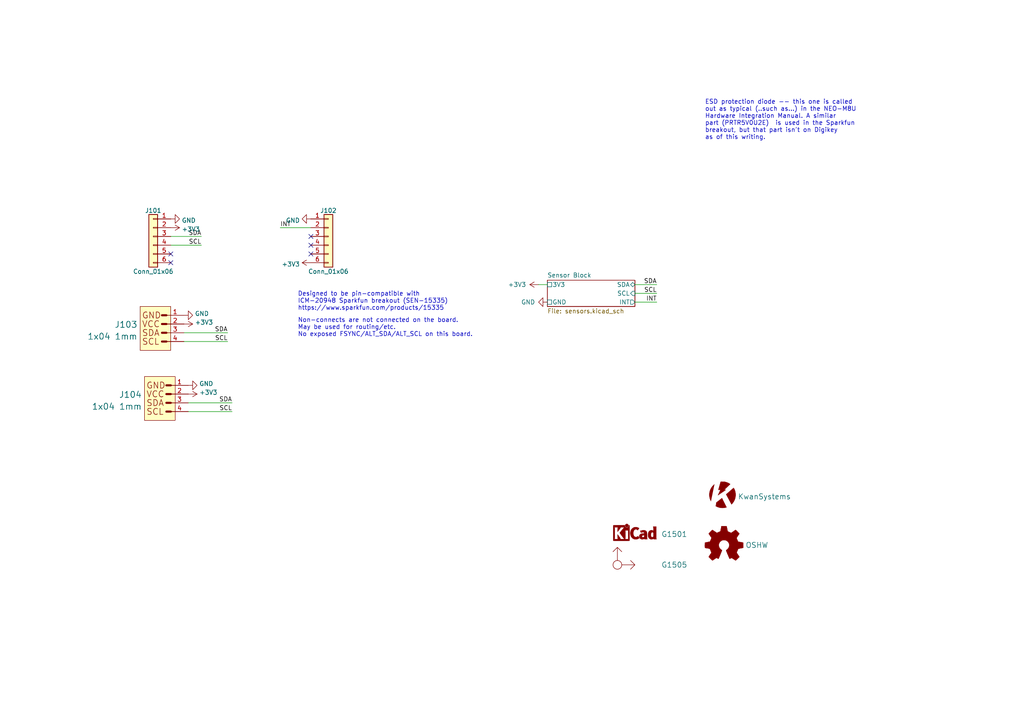
<source format=kicad_sch>
(kicad_sch (version 20211123) (generator eeschema)
  (paper "A4")
  (lib_symbols
    (symbol "Connector_Generic:Conn_01x06" (pin_names (offset 1.016) hide)
      (property "Reference" "J" (at 0 7.62 0))
      (property "Value" "Conn_01x06" (at 0 -10.16 0))
      (symbol "Conn_01x06_1_1"
        (rectangle (start -1.27 -7.493) (end 0 -7.747) (stroke (width 0.1524)))
        (rectangle (start -1.27 -4.953) (end 0 -5.207) (stroke (width 0.1524)))
        (rectangle (start -1.27 -2.413) (end 0 -2.667) (stroke (width 0.1524)))
        (rectangle (start -1.27 0.127) (end 0 -0.127) (stroke (width 0.1524)))
        (rectangle (start -1.27 2.667) (end 0 2.413) (stroke (width 0.1524)))
        (rectangle (start -1.27 5.207) (end 0 4.953) (stroke (width 0.1524)))
        (rectangle (start -1.27 6.35) (end 1.27 -8.89) (stroke (width 0.254)) (fill (type background)))
        (pin passive line (at -5.08 5.08 0) (length 3.81) (name "Pin_1") (number "1"))
        (pin passive line (at -5.08 2.54 0) (length 3.81) (name "Pin_2") (number "2"))
        (pin passive line (at -5.08 0 0) (length 3.81) (name "Pin_3") (number "3"))
        (pin passive line (at -5.08 -2.54 0) (length 3.81) (name "Pin_4") (number "4"))
        (pin passive line (at -5.08 -5.08 0) (length 3.81) (name "Pin_5") (number "5"))
        (pin passive line (at -5.08 -7.62 0) (length 3.81) (name "Pin_6") (number "6"))
      )
    )
    (symbol "KwanSystems:Axis" (in_bom no)
      (property "Value" "Axis" (at 0 -2.54 0))
      (symbol "Axis_0_1"
        (polyline (pts (xy 0 1.27) (xy 0 5.08) (xy -1.27 3.81) (xy 0 5.08) (xy 1.27 3.81)) (stroke (width 0.1524)))
        (polyline (pts (xy 1.27 0) (xy 5.08 0) (xy 3.81 1.27) (xy 5.08 0) (xy 3.81 -1.27)) (stroke (width 0.1524)))
        (circle (center 0 0) (radius 1.27) (stroke (width 0.1524)))
      )
    )
    (symbol "KwanSystems:DesignedWithKicad" (pin_names (offset 1.016)) (in_bom no)
      (property "Value" "DesignedWithKicad" (at 3.81 -2.54 0))
      (symbol "DesignedWithKicad_0_1"
        (polyline (pts (xy -2.273 4.2434) (xy -2.1768 4.2192) (xy -2.0902 4.1764) (xy -2.0154 4.1166) (xy -1.9544 4.0415) (xy -1.9094 3.9528) (xy -1.8831 3.8565) (xy -1.8773 3.7592) (xy -1.8921 3.6653) (xy -1.9258 3.5775) (xy -1.9765 3.4982) (xy -2.0423 3.4302) (xy -2.1214 3.3759) (xy -2.2119 3.338) (xy -2.2632 3.3256) (xy -2.3077 3.3181) (xy -2.342 3.3151) (xy -2.375 3.3169) (xy -2.4154 3.3238) (xy -2.4485 3.3308) (xy -2.5419 3.3623) (xy -2.6256 3.4134) (xy -2.6977 3.4826) (xy -2.7562 3.5683) (xy -2.7701 3.5955) (xy -2.7866 3.6319) (xy -2.7969 3.6624) (xy -2.8025 3.6946) (xy -2.8047 3.7357) (xy -2.8049 3.7818) (xy -2.8009 3.8661) (xy -2.7874 3.9354) (xy -2.7623 3.996) (xy -2.7228 4.0544) (xy -2.6843 4.0987) (xy -2.6124 4.1645) (xy -2.5373 4.2099) (xy -2.4546 4.2372) (xy -2.3769 4.2474) (xy -2.273 4.2434)) (stroke (width 0.0025)) (fill (type outline)))
        (polyline (pts (xy 0.3284 3.3209) (xy 0.4886 3.2998) (xy 0.6525 3.2596) (xy 0.8223 3.2001) (xy 1 3.1208) (xy 1.0113 3.1153) (xy 1.069 3.0873) (xy 1.1206 3.0632) (xy 1.1622 3.0448) (xy 1.1902 3.0336) (xy 1.1997 3.0311) (xy 1.219 3.0261) (xy 1.2236 3.0219) (xy 1.2185 3.0114) (xy 1.2024 2.9851) (xy 1.1773 2.9457) (xy 1.1449 2.896) (xy 1.1071 2.8387) (xy 1.0658 2.7765) (xy 1.0228 2.7123) (xy 0.9799 2.6487) (xy 0.939 2.5886) (xy 0.902 2.5346) (xy 0.8706 2.4896) (xy 0.8468 2.4563) (xy 0.8323 2.4374) (xy 0.8303 2.4352) (xy 0.8202 2.4399) (xy 0.7978 2.457) (xy 0.7673 2.4836) (xy 0.7515 2.498) (xy 0.655 2.5733) (xy 0.5483 2.6288) (xy 0.4328 2.6639) (xy 0.31 2.6781) (xy 0.2406 2.6769) (xy 0.1194 2.6598) (xy 0.0102 2.6239) (xy -0.0874 2.569) (xy -0.1738 2.4949) (xy -0.2492 2.4013) (xy -0.314 2.2879) (xy -0.3514 2.2013) (xy -0.3953 2.0656) (xy -0.4276 1.9182) (xy -0.4484 1.7627) (xy -0.4579 1.603) (xy -0.4562 1.443) (xy -0.4432 1.2864) (xy -0.4191 1.1371) (xy -0.384 0.9988) (xy -0.3379 0.8753) (xy -0.3216 0.841) (xy -0.2534 0.7269) (xy -0.1729 0.6304) (xy -0.0814 0.5523) (xy 0.0199 0.4934) (xy 0.1299 0.4544) (xy 0.2474 0.4361) (xy 0.2889 0.4348) (xy 0.4104 0.4457) (xy 0.5309 0.4785) (xy 0.6487 0.5326) (xy 0.7623 0.6071) (xy 0.8537 0.6855) (xy 0.9002 0.73) (xy 1.0815 0.4327) (xy 1.1266 0.3586) (xy 1.1678 0.2904) (xy 1.2037 0.2305) (xy 1.2329 0.1816) (xy 1.2538 0.1459) (xy 1.2649 0.126) (xy 1.2664 0.1229) (xy 1.2581 0.1133) (xy 1.2326 0.096) (xy 1.1929 0.0727) (xy 1.1423 0.0451) (xy 1.0841 0.0147) (xy 1.0214 -0.0168) (xy 0.9576 -0.0477) (xy 0.8959 -0.0765) (xy 0.8394 -0.1014) (xy 0.7914 -0.1209) (xy 0.768 -0.1293) (xy 0.6342 -0.1671) (xy 0.4963 -0.1921) (xy 0.3486 -0.2051) (xy 0.2218 -0.2075) (xy 0.1539 -0.2064) (xy 0.0883 -0.2043) (xy 0.0308 -0.2014) (xy -0.0126 -0.1981) (xy -0.0267 -0.1964) (xy -0.1657 -0.1676) (xy -0.3072 -0.1225) (xy -0.4447 -0.0638) (xy -0.5716 0.0059) (xy -0.6491 0.0586) (xy -0.7765 0.1668) (xy -0.8948 0.2933) (xy -1.0018 0.4351) (xy -1.0953 0.589) (xy -1.1732 0.7519) (xy -1.217 0.8692) (xy -1.2673 1.0529) (xy -1.3008 1.2474) (xy -1.3176 1.4487) (xy -1.3176 1.6524) (xy -1.3009 1.8545) (xy -1.2675 2.0506) (xy -1.2174 2.2366) (xy -1.2136 2.2482) (xy -1.1507 2.4103) (xy -1.074 2.5582) (xy -0.9808 2.6961) (xy -0.8685 2.8283) (xy -0.8246 2.8736) (xy -0.6885 2.9975) (xy -0.5485 3.1001) (xy -0.4026 3.1823) (xy -0.2486 3.2454) (xy -0.0843 3.2905) (xy 0.0113 3.308) (xy 0.17 3.3235) (xy 0.3284 3.3209)) (stroke (width 0.0025)) (fill (type outline)))
        (polyline (pts (xy 6.1865 1.7978) (xy 6.1865 1.5633) (xy 6.1866 1.3504) (xy 6.1866 1.1578) (xy 6.1868 0.9845) (xy 6.1871 0.8294) (xy 6.1875 0.6914) (xy 6.1882 0.5693) (xy 6.189 0.4621) (xy 6.1902 0.3687) (xy 6.1917 0.2879) (xy 6.1935 0.2187) (xy 6.1958 0.16) (xy 6.1985 0.1106) (xy 6.2016 0.0695) (xy 6.2053 0.0356) (xy 6.2095 0.0077) (xy 6.2143 -0.0152) (xy 6.2198 -0.0342) (xy 6.2259 -0.0505) (xy 6.2327 -0.0652) (xy 6.2403 -0.0792) (xy 6.2486 -0.0939) (xy 6.2538 -0.103) (xy 6.2881 -0.1637) (xy 5.43 -0.1637) (xy 5.43 -0.0677) (xy 5.4292 -0.0244) (xy 5.4273 0.0088) (xy 5.4245 0.0266) (xy 5.4232 0.0282) (xy 5.4118 0.0213) (xy 5.3891 0.0035) (xy 5.3664 -0.0159) (xy 5.3118 -0.0566) (xy 5.2423 -0.0976) (xy 5.1653 -0.1351) (xy 5.088 -0.1654) (xy 5.0571 -0.175) (xy 4.9886 -0.1896) (xy 4.9058 -0.1995) (xy 4.8164 -0.2046) (xy 4.7282 -0.2044) (xy 4.6492 -0.1987) (xy 4.6115 -0.1929) (xy 4.4734 -0.1548) (xy 4.3461 -0.0971) (xy 4.2303 -0.0202) (xy 4.1266 0.0753) (xy 4.0358 0.1888) (xy 3.969 0.2996) (xy 3.9142 0.4164) (xy 3.8722 0.5357) (xy 3.8422 0.6617) (xy 3.8233 0.7984) (xy 3.8147 0.9498) (xy 3.814 1.0273) (xy 3.8161 1.0841) (xy 4.6452 1.0841) (xy 4.6454 0.991) (xy 4.6483 0.9033) (xy 4.654 0.8262) (xy 4.6625 0.765) (xy 4.665 0.7526) (xy 4.6968 0.6454) (xy 4.7385 0.5583) (xy 4.7904 0.4914) (xy 4.8528 0.4442) (xy 4.9261 0.4166) (xy 5.0107 0.4085) (xy 5.1068 0.4194) (xy 5.1703 0.4352) (xy 5.2195 0.4534) (xy 5.2736 0.4792) (xy 5.3142 0.5029) (xy 5.3848 0.5493) (xy 5.3848 1.6995) (xy 5.3174 1.743) (xy 5.2389 1.784) (xy 5.1547 1.8106) (xy 5.0696 1.8225) (xy 4.9882 1.8193) (xy 4.9154 1.8004) (xy 4.8834 1.7848) (xy 4.8255 1.7418) (xy 4.7765 1.685) (xy 4.7354 1.6124) (xy 4.7009 1.5219) (xy 4.6718 1.4113) (xy 4.6706 1.4055) (xy 4.6604 1.3432) (xy 4.6527 1.2654) (xy 4.6477 1.1773) (xy 4.6452 1.0841) (xy 3.8161 1.0841) (xy 3.8219 1.2401) (xy 3.8438 1.4359) (xy 3.8798 1.6147) (xy 3.9298 1.7762) (xy 3.9937 1.9203) (xy 4.0715 2.0469) (xy 4.1631 2.1559) (xy 4.2685 2.2471) (xy 4.3137 2.2781) (xy 4.4146 2.3342) (xy 4.5179 2.3738) (xy 4.628 2.398) (xy 4.7493 2.4078) (xy 4.8418 2.4067) (xy 4.9715 2.3958) (xy 5.0841 2.374) (xy 5.1829 2.3403) (xy 5.2711 2.2938) (xy 5.32 2.2596) (xy 5.3494 2.2376) (xy 5.371 2.2227) (xy 5.3793 2.2183) (xy 5.3809 2.2291) (xy 5.3822 2.2597) (xy 5.3831 2.3075) (xy 5.3838 2.3695) (xy 5.3842 2.4431) (xy 5.3843 2.5256) (xy 5.3842 2.6141) (xy 5.3838 2.7059) (xy 5.3832 2.7983) (xy 5.3823 2.8885) (xy 5.3813 2.9737) (xy 5.38 3.0513) (xy 5.3786 3.1184) (xy 5.3769 3.1724) (xy 5.3752 3.2104) (xy 5.3747 3.2173) (xy 5.3671 3.2877) (xy 5.3555 3.3429) (xy 5.3378 3.39) (xy 5.3117 3.4364) (xy 5.3054 3.4459) (xy 5.281 3.4826) (xy 6.1863 3.4826) (xy 6.1865 1.7978)) (stroke (width 0.0025)) (fill (type outline)))
        (polyline (pts (xy 2.6736 2.4034) (xy 2.8255 2.3834) (xy 2.9608 2.3498) (xy 3.0802 2.3023) (xy 3.1848 2.2406) (xy 3.2624 2.177) (xy 3.3313 2.1029) (xy 3.385 2.0231) (xy 3.4279 1.9309) (xy 3.4434 1.8878) (xy 3.4562 1.8489) (xy 3.4674 1.8127) (xy 3.4771 1.7776) (xy 3.4854 1.7416) (xy 3.4924 1.703) (xy 3.4983 1.6598) (xy 3.5031 1.6104) (xy 3.5071 1.5527) (xy 3.5103 1.4851) (xy 3.5129 1.4057) (xy 3.5151 1.3126) (xy 3.5168 1.204) (xy 3.5183 1.0781) (xy 3.5198 0.933) (xy 3.521 0.7902) (xy 3.5224 0.634) (xy 3.5236 0.4988) (xy 3.5248 0.3828) (xy 3.5261 0.2844) (xy 3.5277 0.2019) (xy 3.5297 0.1338) (xy 3.5322 0.0782) (xy 3.5353 0.0337) (xy 3.5391 -0.0015) (xy 3.5439 -0.029) (xy 3.5496 -0.0506) (xy 3.5565 -0.0677) (xy 3.5647 -0.0822) (xy 3.5742 -0.0956) (xy 3.5853 -0.1096) (xy 3.5896 -0.1151) (xy 3.6054 -0.1379) (xy 3.6124 -0.1535) (xy 3.6124 -0.1539) (xy 3.6016 -0.1561) (xy 3.5706 -0.1581) (xy 3.522 -0.1599) (xy 3.4582 -0.1615) (xy 3.3817 -0.1626) (xy 3.2949 -0.1634) (xy 3.2005 -0.1637) (xy 3.1896 -0.1637) (xy 2.7667 -0.1637) (xy 2.7634 -0.0676) (xy 2.7601 0.0284) (xy 2.698 -0.0225) (xy 2.6007 -0.0901) (xy 2.4908 -0.1447) (xy 2.4043 -0.175) (xy 2.3353 -0.1897) (xy 2.2519 -0.1997) (xy 2.1622 -0.2046) (xy 2.0738 -0.2043) (xy 1.9949 -0.1984) (xy 1.9586 -0.1926) (xy 1.8186 -0.1548) (xy 1.6922 -0.0999) (xy 1.5803 -0.0289) (xy 1.4838 0.0574) (xy 1.4036 0.1583) (xy 1.3407 0.2729) (xy 1.2963 0.399) (xy 1.284 0.4556) (xy 1.2764 0.5178) (xy 1.2727 0.5926) (xy 1.2722 0.6265) (xy 1.2723 0.6297) (xy 2.0322 0.6297) (xy 2.0415 0.5547) (xy 2.0697 0.4908) (xy 2.1182 0.4352) (xy 2.1233 0.4308) (xy 2.1715 0.396) (xy 2.2233 0.3734) (xy 2.284 0.3615) (xy 2.3594 0.3586) (xy 2.3775 0.359) (xy 2.4313 0.3617) (xy 2.4713 0.3671) (xy 2.5063 0.3773) (xy 2.5451 0.3941) (xy 2.5557 0.3993) (xy 2.6164 0.4352) (xy 2.6632 0.4778) (xy 2.676 0.493) (xy 2.7206 0.5495) (xy 2.7206 0.7454) (xy 2.7201 0.8241) (xy 2.7184 0.882) (xy 2.7154 0.9211) (xy 2.7111 0.9433) (xy 2.707 0.9497) (xy 2.691 0.9529) (xy 2.6573 0.9555) (xy 2.6103 0.9573) (xy 2.555 0.9581) (xy 2.5461 0.9582) (xy 2.4253 0.9529) (xy 2.3227 0.9367) (xy 2.2361 0.909) (xy 2.1637 0.8692) (xy 2.1088 0.8222) (xy 2.0642 0.7644) (xy 2.0395 0.7013) (xy 2.0322 0.6297) (xy 1.2723 0.6297) (xy 1.2742 0.7203) (xy 1.2825 0.7992) (xy 1.2988 0.8704) (xy 1.3244 0.9411) (xy 1.3484 0.9935) (xy 1.407 1.0888) (xy 1.4851 1.1768) (xy 1.5803 1.256) (xy 1.6902 1.3247) (xy 1.8125 1.3813) (xy 1.9448 1.4242) (xy 2.0094 1.4391) (xy 2.1456 1.4612) (xy 2.294 1.4758) (xy 2.4455 1.4822) (xy 2.5721 1.4806) (xy 2.734 1.4738) (xy 2.7265 1.5328) (xy 2.7072 1.6319) (xy 2.6761 1.7126) (xy 2.6323 1.7755) (xy 2.5749 1.8212) (xy 2.503 1.8504) (xy 2.4159 1.8636) (xy 2.3127 1.8614) (xy 2.2747 1.8574) (xy 2.1335 1.8322) (xy 1.9967 1.7912) (xy 1.9022 1.7532) (xy 1.857 1.7338) (xy 1.8186 1.7182) (xy 1.7922 1.7086) (xy 1.7845 1.7065) (xy 1.7748 1.7156) (xy 1.7581 1.7446) (xy 1.7342 1.7938) (xy 1.7031 1.8635) (xy 1.6645 1.9541) (xy 1.6579 1.9699) (xy 1.6279 2.0422) (xy 1.6009 2.1076) (xy 1.5781 2.1631) (xy 1.5608 2.2059) (xy 1.55 2.2332) (xy 1.5469 2.2421) (xy 1.5569 2.2468) (xy 1.5832 2.2521) (xy 1.6115 2.2558) (xy 1.6416 2.2605) (xy 1.6894 2.27) (xy 1.7506 2.2832) (xy 1.8209 2.2992) (xy 1.8962 2.3172) (xy 1.9248 2.3242) (xy 2.0298 2.3498) (xy 2.1175 2.3699) (xy 2.1921 2.385) (xy 2.2579 2.396) (xy 2.3193 2.4033) (xy 2.3806 2.4077) (xy 2.4461 2.4097) (xy 2.5041 2.4101) (xy 2.6736 2.4034)) (stroke (width 0.0025)) (fill (type outline)))
        (polyline (pts (xy -2.9464 3.7809) (xy -2.9355 3.667) (xy -2.9039 3.5594) (xy -2.853 3.4604) (xy -2.7843 3.3723) (xy -2.6992 3.2975) (xy -2.6022 3.2396) (xy -2.496 3.2) (xy -2.389 3.1814) (xy -2.2833 3.1826) (xy -2.1811 3.2021) (xy -2.0845 3.2386) (xy -1.9956 3.2908) (xy -1.9165 3.3573) (xy -1.8494 3.4368) (xy -1.7962 3.528) (xy -1.7592 3.6295) (xy -1.7404 3.7399) (xy -1.7385 3.7898) (xy -1.7385 3.8777) (xy -1.6866 3.8777) (xy -1.6503 3.8749) (xy -1.6234 3.8631) (xy -1.5962 3.8394) (xy -1.5579 3.801) (xy -1.5579 1.6094) (xy -1.5579 1.3473) (xy -1.5579 1.1068) (xy -1.558 0.887) (xy -1.5581 0.6869) (xy -1.5582 0.5057) (xy -1.5584 0.3423) (xy -1.5587 0.1958) (xy -1.5591 0.0654) (xy -1.5595 -0.05) (xy -1.56 -0.1513) (xy -1.5606 -0.2395) (xy -1.5613 -0.3154) (xy -1.5621 -0.3801) (xy -1.5631 -0.4344) (xy -1.5642 -0.4793) (xy -1.5654 -0.5157) (xy -1.5667 -0.5447) (xy -1.5683 -0.5671) (xy -1.5699 -0.5838) (xy -1.5718 -0.5959) (xy -1.5738 -0.6042) (xy -1.576 -0.6097) (xy -1.5771 -0.6115) (xy -1.5813 -0.6185) (xy -1.5848 -0.625) (xy -1.5886 -0.6309) (xy -1.5937 -0.6363) (xy -1.6009 -0.6412) (xy -1.6111 -0.6456) (xy -1.6254 -0.6496) (xy -1.6445 -0.6531) (xy -1.6695 -0.6563) (xy -1.7012 -0.659) (xy -1.7407 -0.6615) (xy -1.7887 -0.6636) (xy -1.8462 -0.6653) (xy -1.9142 -0.6668) (xy -1.9936 -0.6681) (xy -2.0853 -0.6691) (xy -2.1902 -0.6699) (xy -2.3092 -0.6705) (xy -2.4433 -0.6709) (xy -2.5934 -0.6712) (xy -2.7604 -0.6714) (xy -2.9452 -0.6715) (xy -3.1488 -0.6715) (xy -3.3721 -0.6715) (xy -3.6159 -0.6715) (xy -3.8813 -0.6714) (xy -3.9197 -0.6714) (xy -4.1867 -0.6714) (xy -4.432 -0.6713) (xy -4.6566 -0.6712) (xy -4.8613 -0.6711) (xy -5.0472 -0.6709) (xy -5.2151 -0.6706) (xy -5.3659 -0.6703) (xy -5.5006 -0.6699) (xy -5.62 -0.6694) (xy -5.7252 -0.6689) (xy -5.817 -0.6683) (xy -5.8963 -0.6675) (xy -5.964 -0.6667) (xy -6.0212 -0.6657) (xy -6.0686 -0.6646) (xy -6.1073 -0.6634) (xy -6.138 -0.662) (xy -6.1619 -0.6606) (xy -6.1797 -0.6589) (xy -6.1924 -0.6571) (xy -6.2009 -0.6551) (xy -6.2053 -0.6535) (xy -6.2137 -0.6499) (xy -6.2215 -0.6473) (xy -6.2286 -0.6446) (xy -6.2351 -0.6411) (xy -6.2409 -0.6356) (xy -6.2462 -0.6274) (xy -6.251 -0.6154) (xy -6.2552 -0.5987) (xy -6.2589 -0.5765) (xy -6.2622 -0.5477) (xy -6.2651 -0.5114) (xy -6.2675 -0.4667) (xy -6.2696 -0.4126) (xy -6.2714 -0.3483) (xy -6.2728 -0.2727) (xy -6.274 -0.185) (xy -6.2749 -0.0842) (xy -6.2756 0.0306) (xy -6.2761 0.1603) (xy -6.2764 0.306) (xy -6.2766 0.4685) (xy -6.2767 0.6487) (xy -6.2767 0.8476) (xy -6.2767 1.0662) (xy -6.2766 1.3053) (xy -6.2766 1.566) (xy -6.2766 1.6081) (xy -6.2766 1.871) (xy -6.2767 2.1123) (xy -6.2767 2.3328) (xy -6.2766 2.5336) (xy -6.2765 2.7157) (xy -6.2764 2.8798) (xy -6.2761 3.027) (xy -6.2756 3.1582) (xy -6.275 3.2681) (xy -5.9722 3.2681) (xy -5.9324 3.2103) (xy -5.9212 3.1945) (xy -5.9112 3.1806) (xy -5.9021 3.1672) (xy -5.8941 3.1533) (xy -5.887 3.1376) (xy -5.8807 3.119) (xy -5.8753 3.0963) (xy -5.8707 3.0683) (xy -5.8667 3.0337) (xy -5.8634 2.9915) (xy -5.8607 2.9404) (xy -5.8585 2.8793) (xy -5.8567 2.8069) (xy -5.8554 2.722) (xy -5.8545 2.6236) (xy -5.8539 2.5103) (xy -5.8535 2.3811) (xy -5.8533 2.2347) (xy -5.8532 2.0699) (xy -5.8532 1.8856) (xy -5.8533 1.6805) (xy -5.8533 1.5579) (xy -5.8533 1.3409) (xy -5.8532 1.1454) (xy -5.8532 0.97) (xy -5.8534 0.8137) (xy -5.8536 0.6751) (xy -5.8541 0.5533) (xy -5.8549 0.4468) (xy -5.856 0.3547) (xy -5.8574 0.2756) (xy -5.8593 0.2084) (xy -5.8617 0.1519) (xy -5.8647 0.1049) (xy -5.8683 0.0662) (xy -5.8725 0.0347) (xy -5.8774 0.0091) (xy -5.8832 -0.0117) (xy -5.8897 -0.0289) (xy -5.8972 -0.0438) (xy -5.9056 -0.0574) (xy -5.915 -0.0711) (xy -5.9254 -0.0859) (xy -5.9315 -0.0948) (xy -5.9703 -0.1524) (xy -5.4387 -0.1524) (xy -5.3155 -0.1524) (xy -5.213 -0.1522) (xy -5.1294 -0.1519) (xy -5.063 -0.1513) (xy -5.0118 -0.1504) (xy -4.974 -0.1491) (xy -4.9479 -0.1473) (xy -4.9316 -0.145) (xy -4.9233 -0.142) (xy -4.9212 -0.1384) (xy -4.9233 -0.1341) (xy -4.9245 -0.1326) (xy -4.9497 -0.0956) (xy -4.9756 -0.0428) (xy -4.9992 0.0192) (xy -5.0075 0.0456) (xy -5.0121 0.0636) (xy -5.016 0.0846) (xy -5.0192 0.1109) (xy -5.022 0.1445) (xy -5.0242 0.1874) (xy -5.0261 0.2418) (xy -5.0276 0.3097) (xy -5.029 0.3933) (xy -5.0302 0.4946) (xy -5.0313 0.6157) (xy -5.0317 0.6604) (xy -5.0327 0.7856) (xy -5.0335 0.8899) (xy -5.0339 0.9753) (xy -5.034 1.0435) (xy -5.0336 1.0962) (xy -5.0327 1.1354) (xy -5.0313 1.1627) (xy -5.0293 1.18) (xy -5.0266 1.1891) (xy -5.0232 1.1917) (xy -5.019 1.1896) (xy -5.0146 1.1853) (xy -5.0042 1.1724) (xy -4.9822 1.1433) (xy -4.95 1.1002) (xy -4.9092 1.0453) (xy -4.8614 0.9806) (xy -4.8081 0.9083) (xy -4.7509 0.8305) (xy -4.6914 0.7493) (xy -4.6312 0.6669) (xy -4.5717 0.5855) (xy -4.5145 0.507) (xy -4.4612 0.4338) (xy -4.4135 0.3679) (xy -4.3727 0.3113) (xy -4.3405 0.2664) (xy -4.3185 0.2352) (xy -4.3139 0.2285) (xy -4.291 0.1916) (xy -4.2642 0.1436) (xy -4.2388 0.0941) (xy -4.2356 0.0874) (xy -4.2139 0.0392) (xy -4.2013 0.0017) (xy -4.1956 -0.0342) (xy -4.1945 -0.0762) (xy -4.1951 -0.1524) (xy -3.0407 -0.1524) (xy -3.1318 -0.0587) (xy -3.1786 -0.0088) (xy -3.2289 0.0477) (xy -3.2749 0.102) (xy -3.2954 0.1273) (xy -3.3258 0.1669) (xy -3.3659 0.2201) (xy -3.4144 0.2853) (xy -3.4701 0.361) (xy -3.532 0.4454) (xy -3.5988 0.537) (xy -3.6694 0.6341) (xy -3.7425 0.7351) (xy -3.8171 0.8383) (xy -3.8919 0.9422) (xy -3.9658 1.0451) (xy -4.0376 1.1454) (xy -4.1062 1.2414) (xy -4.1703 1.3315) (xy -4.2288 1.4141) (xy -4.2805 1.4875) (xy -4.3242 1.5502) (xy -4.3589 1.6004) (xy -4.3832 1.6367) (xy -4.3961 1.6572) (xy -4.3979 1.6613) (xy -4.3899 1.6727) (xy -4.3691 1.6998) (xy -4.3368 1.7412) (xy -4.2945 1.795) (xy -4.2433 1.8595) (xy -4.1848 1.9331) (xy -4.1203 2.014) (xy -4.0511 2.1006) (xy -3.9787 2.1912) (xy -3.9042 2.2839) (xy -3.8445 2.3583) (xy -2.8335 2.3583) (xy -2.8276 2.3453) (xy -2.8133 2.3231) (xy -2.8122 2.3216) (xy -2.7934 2.2915) (xy -2.7738 2.2546) (xy -2.7699 2.2465) (xy -2.7664 2.2381) (xy -2.7632 2.2279) (xy -2.7605 2.2147) (xy -2.7581 2.1971) (xy -2.756 2.1735) (xy -2.7542 2.1427) (xy -2.7527 2.1032) (xy -2.7514 2.0537) (xy -2.7503 1.9928) (xy -2.7494 1.919) (xy -2.7486 1.831) (xy -2.7479 1.7273) (xy -2.7474 1.6067) (xy -2.7468 1.4676) (xy -2.7463 1.3088) (xy -2.7457 1.1299) (xy -2.7452 0.9448) (xy -2.7448 0.7809) (xy -2.7445 0.6367) (xy -2.7445 0.5109) (xy -2.7448 0.4021) (xy -2.7454 0.3089) (xy -2.7465 0.2299) (xy -2.7481 0.1637) (xy -2.7503 0.1088) (xy -2.7531 0.064) (xy -2.7567 0.0277) (xy -2.761 -0.0013) (xy -2.7661 -0.0246) (xy -2.7722 -0.0435) (xy -2.7792 -0.0594) (xy -2.7873 -0.0736) (xy -2.7965 -0.0877) (xy -2.805 -0.1002) (xy -2.8222 -0.1265) (xy -2.8323 -0.144) (xy -2.8335 -0.1473) (xy -2.8226 -0.1483) (xy -2.7914 -0.1493) (xy -2.7422 -0.1502) (xy -2.6773 -0.151) (xy -2.599 -0.1516) (xy -2.5096 -0.1521) (xy -2.4114 -0.1523) (xy -2.3424 -0.1524) (xy -2.2375 -0.1522) (xy -2.1406 -0.1515) (xy -2.0541 -0.1505) (xy -1.9801 -0.1492) (xy -1.9209 -0.1476) (xy -1.8785 -0.1458) (xy -1.8553 -0.1438) (xy -1.8514 -0.1425) (xy -1.8591 -0.1276) (xy -1.8671 -0.1196) (xy -1.8802 -0.1024) (xy -1.8975 -0.0722) (xy -1.9094 -0.0476) (xy -1.936 0.0113) (xy -1.9391 1.1882) (xy -1.9422 2.365) (xy -2.3879 2.365) (xy -2.4857 2.3649) (xy -2.5761 2.3644) (xy -2.6566 2.3637) (xy -2.725 2.3627) (xy -2.7787 2.3615) (xy -2.8153 2.3602) (xy -2.8325 2.3588) (xy -2.8335 2.3583) (xy -3.8445 2.3583) (xy -3.8293 2.3773) (xy -3.7551 2.4695) (xy -3.6831 2.5588) (xy -3.6146 2.6436) (xy -3.551 2.7221) (xy -3.4936 2.7927) (xy -3.4438 2.8536) (xy -3.4031 2.9032) (xy -3.3859 2.9238) (xy -3.2996 3.0245) (xy -3.223 3.1077) (xy -3.1542 3.1756) (xy -3.0912 3.2299) (xy -3.0819 3.2373) (xy -3.0424 3.2679) (xy -4.1741 3.2681) (xy -4.1688 3.2202) (xy -4.1721 3.1628) (xy -4.1937 3.0945) (xy -4.2336 3.0148) (xy -4.2789 2.9425) (xy -4.2952 2.9199) (xy -4.3232 2.8823) (xy -4.3614 2.832) (xy -4.4081 2.771) (xy -4.4617 2.7016) (xy -4.5203 2.6258) (xy -4.5825 2.5458) (xy -4.6464 2.4638) (xy -4.7105 2.3818) (xy -4.773 2.3021) (xy -4.8323 2.2267) (xy -4.8868 2.1578) (xy -4.9346 2.0976) (xy -4.9743 2.0481) (xy -5.004 2.0116) (xy -5.0222 1.9901) (xy -5.0252 1.9868) (xy -5.0281 1.9949) (xy -5.0303 2.0251) (xy -5.0319 2.0774) (xy -5.0328 2.1515) (xy -5.033 2.2469) (xy -5.0326 2.3636) (xy -5.0317 2.4836) (xy -5.0304 2.6157) (xy -5.0289 2.7274) (xy -5.0269 2.821) (xy -5.0242 2.8986) (xy -5.0206 2.9624) (xy -5.0158 3.0147) (xy -5.0095 3.0577) (xy -5.0015 3.0934) (xy -4.9916 3.1243) (xy -4.9795 3.1524) (xy -4.965 3.18) (xy -4.9503 3.205) (xy -4.9123 3.2681) (xy -5.9722 3.2681) (xy -6.275 3.2681) (xy -6.275 3.2744) (xy -6.2742 3.3765) (xy -6.2732 3.4654) (xy -6.2719 3.5421) (xy -6.2704 3.6075) (xy -6.2685 3.6626) (xy -6.2664 3.7082) (xy -6.2639 3.7455) (xy -6.261 3.7752) (xy -6.2577 3.7983) (xy -6.254 3.8159) (xy -6.2499 3.8287) (xy -6.2452 3.8378) (xy -6.2401 3.8441) (xy -6.2345 3.8485) (xy -6.2283 3.852) (xy -6.2215 3.8556) (xy -6.2155 3.8591) (xy -6.2103 3.8617) (xy -6.2021 3.864) (xy -6.1899 3.8661) (xy -6.1725 3.868) (xy -6.149 3.8697) (xy -6.1181 3.8711) (xy -6.0788 3.8724) (xy -6.03 3.8735) (xy -5.9705 3.8744) (xy -5.8994 3.8752) (xy -5.8155 3.8759) (xy -5.7177 3.8764) (xy -5.6049 3.8768) (xy -5.476 3.8772) (xy -5.33 3.8774) (xy -5.1657 3.8776) (xy -4.982 3.8777) (xy -4.7779 3.8777) (xy -4.5668 3.8777) (xy -2.9464 3.8777) (xy -2.9464 3.7809)) (stroke (width 0.0025)) (fill (type outline)))
      )
    )
    (symbol "KwanSystems:KwanSystems" (pin_names (offset 1.016)) (in_bom no)
      (property "Value" "KwanSystems" (at 0 -5.08 0))
      (symbol "KwanSystems_0_1"
        (polyline (pts (xy 0.3018 3.8025) (xy 0.5462 3.7744) (xy 0.7854 3.7321) (xy 1.0193 3.6754) (xy 1.2478 3.6045) (xy 1.4711 3.5193) (xy 1.689 3.4198) (xy 1.9015 3.3061) (xy 2.1085 3.1781) (xy 2.2308 3.09) (xy 0.4924 1.42) (xy 0.9508 1.42) (xy -1.31 -0.12) (xy -0.5992 1.42) (xy -1.1938 1.42) (xy -0.5192 3.78) (xy -0.3885 3.7927) (xy -0.1814 3.8059) (xy 0.0333 3.811)) (stroke (width 0.0025)) (fill (type outline)))
        (polyline (pts (xy 1.2117 -3.611) (xy 1.1805 -3.6269) (xy 1.1201 -3.6454) (xy 1.0517 -3.6655) (xy 0.8462 -3.7189) (xy 0.6348 -3.7604) (xy 0.4156 -3.7905) (xy 0.3277 -3.7992) (xy 0.1234 -3.8081) (xy 0.0408 -3.8091) (xy -0.0437 -3.8092) (xy -0.1265 -3.8082) (xy -0.3391 -3.7989) (xy -0.5799 -3.7695) (xy -0.8161 -3.7257) (xy -1.0478 -3.6672) (xy -1.2753 -3.5942) (xy -1.4987 -3.5065) (xy -1.6599 -3.4329) (xy -1.8371 -3.3426) (xy -1.9342 -3.2879) (xy -1.78 -2.25) (xy -0.12 -0.95)) (stroke (width 0.0025)) (fill (type outline)))
        (polyline (pts (xy -3.33 -1.85) (xy -3.4035 -1.7216) (xy -3.5014 -1.5107) (xy -3.5664 -1.3527) (xy -3.641 -1.1379) (xy -3.7016 -0.923) (xy -3.7485 -0.7062) (xy -3.782 -0.486) (xy -3.8025 -0.2605) (xy -3.8102 -0.0281) (xy -3.8103 0) (xy -3.8029 0.2742) (xy -3.7787 0.5215) (xy -3.7379 0.7583) (xy -3.6926 0.9566) (xy -3.6383 1.1468) (xy -3.5739 1.3326) (xy -3.4979 1.5178) (xy -3.4219 1.6804) (xy -3.3272 1.8622) (xy -3.2273 2.0324) (xy -3.1205 2.1935) (xy -3.0049 2.3481) (xy -2.8787 2.4988) (xy -2.7399 2.6482) (xy -2.6018 2.7839) (xy -2.4691 2.9048) (xy -2.33 3.02)) (stroke (width 0.0025)) (fill (type outline)))
        (polyline (pts (xy 3.337 1.8449) (xy 3.4183 1.6918) (xy 3.5168 1.4771) (xy 3.6016 1.2562) (xy 3.6727 1.0287) (xy 3.73 0.7948) (xy 3.7737 0.5541) (xy 3.7919 0.4191) (xy 3.7965 0.3713) (xy 3.8004 0.3111) (xy 3.8037 0.2415) (xy 3.8062 0.1653) (xy 3.808 0.0853) (xy 3.8091 0.0045) (xy 3.8092 -0.0742) (xy 3.8085 -0.148) (xy 3.8068 -0.214) (xy 3.8042 -0.2693) (xy 3.8033 -0.2821) (xy 3.7774 -0.5241) (xy 3.7368 -0.7619) (xy 3.6819 -0.9952) (xy 3.6126 -1.2235) (xy 3.5291 -1.4466) (xy 3.4316 -1.664) (xy 3.3202 -1.8755) (xy 3.1951 -2.0807) (xy 3.0563 -2.2792) (xy 2.918 -2.4541) (xy 2.7919 -2.5949) (xy 2.62 -2.77) (xy 1.07 0.12) (xy 3.24 2.01)) (stroke (width 0.0025)) (fill (type outline)))
      )
    )
    (symbol "KwanSystems:OSHW" (pin_names (offset 1.016)) (in_bom no)
      (property "Value" "OSHW" (at 10.16 1.27 0))
      (symbol "OSHW_0_1"
        (polyline (pts (xy 3.81 -3.81) (xy 3.7592 -3.7846) (xy 3.6322 -3.7084) (xy 3.4544 -3.5814) (xy 3.2258 -3.429) (xy 2.9972 -3.2766) (xy 2.8194 -3.175) (xy 2.6924 -3.0734) (xy 2.6416 -3.048) (xy 2.6162 -3.0734) (xy 2.5146 -3.1242) (xy 2.3622 -3.2004) (xy 2.2606 -3.2512) (xy 2.1336 -3.302) (xy 2.0574 -3.302) (xy 2.0574 -3.302) (xy 2.0066 -3.2004) (xy 1.9304 -2.9972) (xy 1.8034 -2.7686) (xy 1.7018 -2.4892) (xy 1.5748 -2.1844) (xy 1.4224 -1.8796) (xy 1.3208 -1.5748) (xy 1.1938 -1.2954) (xy 1.1176 -1.0922) (xy 1.0668 -0.9398) (xy 1.0414 -0.8636) (xy 1.0414 -0.8636) (xy 1.1176 -0.7874) (xy 1.2446 -0.7112) (xy 1.4986 -0.4826) (xy 1.7526 -0.1524) (xy 1.905 0.2032) (xy 1.9812 0.6096) (xy 1.9304 0.9906) (xy 1.778 1.3462) (xy 1.524 1.6764) (xy 1.2192 1.905) (xy 0.8636 2.0574) (xy 0.4572 2.1082) (xy 0.0762 2.0828) (xy -0.2794 1.9304) (xy -0.6096 1.6764) (xy -0.762 1.524) (xy -0.9398 1.1938) (xy -1.0668 0.8382) (xy -1.0668 0.762) (xy -1.0414 0.3556) (xy -0.9398 0) (xy -0.7366 -0.3302) (xy -0.4572 -0.6096) (xy -0.4064 -0.635) (xy -0.2794 -0.7366) (xy -0.1778 -0.8128) (xy -0.127 -0.8636) (xy -0.6096 -2.0574) (xy -0.6858 -2.2606) (xy -0.8382 -2.5908) (xy -0.9398 -2.8702) (xy -1.0414 -3.0988) (xy -1.1176 -3.2512) (xy -1.143 -3.302) (xy -1.143 -3.302) (xy -1.1938 -3.302) (xy -1.27 -3.2766) (xy -1.4478 -3.2004) (xy -1.5494 -3.1496) (xy -1.6764 -3.0734) (xy -1.7526 -3.048) (xy -1.8034 -3.0734) (xy -1.905 -3.1496) (xy -2.0828 -3.2766) (xy -2.3114 -3.429) (xy -2.5146 -3.556) (xy -2.6924 -3.683) (xy -2.8448 -3.7846) (xy -2.8956 -3.81) (xy -2.921 -3.81) (xy -2.9718 -3.7846) (xy -3.0734 -3.683) (xy -3.2512 -3.5306) (xy -3.4798 -3.302) (xy -3.5052 -3.2766) (xy -3.7084 -3.0734) (xy -3.8608 -2.921) (xy -3.9624 -2.794) (xy -3.9878 -2.7432) (xy -3.9878 -2.7432) (xy -3.9624 -2.6924) (xy -3.8608 -2.54) (xy -3.7592 -2.3622) (xy -3.6068 -2.1336) (xy -3.2004 -1.5494) (xy -3.429 -1.016) (xy -3.4798 -0.8382) (xy -3.5814 -0.635) (xy -3.6322 -0.508) (xy -3.6576 -0.4318) (xy -3.7338 -0.4064) (xy -3.8608 -0.381) (xy -4.0894 -0.3302) (xy -4.3434 -0.2794) (xy -4.5974 -0.254) (xy -4.8006 -0.2032) (xy -4.9784 -0.1778) (xy -5.0546 -0.1524) (xy -5.0546 -0.1524) (xy -5.08 -0.1016) (xy -5.08 -0.0254) (xy -5.08 0.1016) (xy -5.1054 0.3048) (xy -5.1054 0.6096) (xy -5.1054 0.6604) (xy -5.08 0.9398) (xy -5.08 1.1684) (xy -5.08 1.2954) (xy -5.08 1.3716) (xy -5.08 1.3716) (xy -5.0038 1.3716) (xy -4.8514 1.4224) (xy -4.6228 1.4478) (xy -4.3688 1.4986) (xy -4.3434 1.524) (xy -4.0894 1.5748) (xy -3.8608 1.6002) (xy -3.7084 1.651) (xy -3.6322 1.6764) (xy -3.6322 1.6764) (xy -3.5814 1.778) (xy -3.5052 1.9558) (xy -3.4036 2.159) (xy -3.3274 2.3622) (xy -3.2512 2.54) (xy -3.2004 2.6924) (xy -3.175 2.7432) (xy -3.175 2.7432) (xy -3.2258 2.8194) (xy -3.302 2.9464) (xy -3.429 3.1242) (xy -3.6068 3.3528) (xy -3.6068 3.3782) (xy -3.7592 3.6068) (xy -3.8862 3.7846) (xy -3.9624 3.9116) (xy -3.9878 3.9878) (xy -3.9878 3.9878) (xy -3.937 4.0386) (xy -3.8354 4.1656) (xy -3.6576 4.3434) (xy -3.4798 4.5466) (xy -3.4036 4.5974) (xy -3.2004 4.826) (xy -3.048 4.953) (xy -2.9464 5.0292) (xy -2.8956 5.0546) (xy -2.8956 5.0546) (xy -2.8448 5.0038) (xy -2.6924 4.9022) (xy -2.5146 4.7752) (xy -2.286 4.6228) (xy -2.2606 4.6228) (xy -2.032 4.4704) (xy -1.8542 4.3434) (xy -1.7272 4.2418) (xy -1.6764 4.2164) (xy -1.651 4.2164) (xy -1.5748 4.2418) (xy -1.397 4.2926) (xy -1.2192 4.3688) (xy -1.016 4.4704) (xy -0.8128 4.5466) (xy -0.6858 4.5974) (xy -0.6096 4.6482) (xy -0.6096 4.6482) (xy -0.5842 4.7244) (xy -0.5588 4.8768) (xy -0.508 5.1054) (xy -0.4572 5.3848) (xy -0.4318 5.4356) (xy -0.381 5.6896) (xy -0.3556 5.9182) (xy -0.3302 6.0706) (xy -0.3048 6.1214) (xy -0.254 6.1468) (xy -0.127 6.1468) (xy 0.0508 6.1468) (xy 0.3048 6.1468) (xy 0.5334 6.1468) (xy 0.7874 6.1468) (xy 0.9906 6.1468) (xy 1.143 6.1214) (xy 1.1938 6.1214) (xy 1.1938 6.1214) (xy 1.2192 6.0452) (xy 1.27 5.8674) (xy 1.2954 5.6388) (xy 1.3716 5.3594) (xy 1.3716 5.3086) (xy 1.4224 5.0546) (xy 1.4732 4.826) (xy 1.4986 4.6736) (xy 1.524 4.6228) (xy 1.524 4.6228) (xy 1.651 4.572) (xy 1.8288 4.4958) (xy 2.032 4.3942) (xy 2.54 4.191) (xy 3.175 4.6228) (xy 3.2258 4.6736) (xy 3.4544 4.826) (xy 3.6322 4.953) (xy 3.7592 5.0292) (xy 3.8354 5.0546) (xy 3.8354 5.0546) (xy 3.8862 5.0038) (xy 4.0132 4.8768) (xy 4.191 4.7244) (xy 4.3688 4.5212) (xy 4.5212 4.3688) (xy 4.699 4.191) (xy 4.8006 4.0894) (xy 4.8768 4.0132) (xy 4.8768 3.9624) (xy 4.8768 3.937) (xy 4.8514 3.8608) (xy 4.7498 3.7338) (xy 4.6228 3.5306) (xy 4.4704 3.3274) (xy 4.3434 3.1242) (xy 4.2164 2.921) (xy 4.1148 2.7686) (xy 4.0894 2.6924) (xy 4.0894 2.667) (xy 4.1402 2.54) (xy 4.2164 2.3622) (xy 4.318 2.1336) (xy 4.5212 1.651) (xy 4.8514 1.5748) (xy 5.0546 1.5494) (xy 5.334 1.4986) (xy 5.588 1.4478) (xy 5.9944 1.3716) (xy 6.0198 -0.127) (xy 5.9436 -0.1524) (xy 5.8928 -0.1524) (xy 5.7404 -0.2032) (xy 5.5118 -0.2286) (xy 5.2578 -0.2794) (xy 5.0546 -0.3302) (xy 4.826 -0.381) (xy 4.6736 -0.4064) (xy 4.5974 -0.4064) (xy 4.572 -0.4318) (xy 4.5212 -0.5334) (xy 4.445 -0.7112) (xy 4.3688 -0.9144) (xy 4.2672 -1.1176) (xy 4.191 -1.3208) (xy 4.1402 -1.4732) (xy 4.1148 -1.5494) (xy 4.1402 -1.6002) (xy 4.2418 -1.7272) (xy 4.3434 -1.9304) (xy 4.4958 -2.1336) (xy 4.6482 -2.3622) (xy 4.7752 -2.54) (xy 4.8514 -2.667) (xy 4.9022 -2.7432) (xy 4.8768 -2.794) (xy 4.8006 -2.8956) (xy 4.6228 -3.048) (xy 4.3942 -3.302) (xy 4.3434 -3.3274) (xy 4.1402 -3.5306) (xy 3.9878 -3.683) (xy 3.8608 -3.7846) (xy 3.81 -3.81)) (stroke (width 0.0025)) (fill (type outline)))
      )
    )
    (symbol "KwanSystems:QWIIC_CONNECTORJS-1MM"
      (property "Reference" "J?" (at -0.635 12.7921 0))
      (property "Value" "QWIIC_CONNECTORJS-1MM" (at 0 10.16 0))
      (symbol "QWIIC_CONNECTORJS-1MM_0_1"
        (rectangle (start -5.08 7.62) (end 3.81 -5.08) (stroke (width 0.1524)) (fill (type background)))
      )
      (symbol "QWIIC_CONNECTORJS-1MM_1_0"
        (polyline (pts (xy 1.27 -2.54) (xy 2.54 -2.54)) (stroke (width 0.6096)))
        (polyline (pts (xy 1.27 0) (xy 2.54 0)) (stroke (width 0.6096)))
        (polyline (pts (xy 1.27 2.54) (xy 2.54 2.54)) (stroke (width 0.6096)))
        (polyline (pts (xy 1.27 5.08) (xy 2.54 5.08)) (stroke (width 0.6096)))
        (text "GND" (at -4.572 -2.54 0) (effects (font (size 1.778 1.778)) (justify left)))
        (text "SCL" (at -4.572 5.08 0) (effects (font (size 1.778 1.778)) (justify left)))
        (text "SDA" (at -4.572 2.54 0) (effects (font (size 1.778 1.778)) (justify left)))
        (text "VCC" (at -4.572 0 0) (effects (font (size 1.778 1.778)) (justify left)))
        (pin power_in line (at 7.62 -2.54 180) (length 5.08) (name "1") (number "1"))
        (pin power_in line (at 7.62 0 180) (length 5.08) (name "2") (number "2"))
        (pin passive line (at 7.62 2.54 180) (length 5.08) (name "3") (number "3"))
        (pin passive line (at 7.62 5.08 180) (length 5.08) (name "4") (number "4"))
      )
      (symbol "QWIIC_CONNECTORJS-1MM_1_1"
        (pin no_connect line (at 6.35 7.62 180) (length 2.54) hide (name "NC1") (number "NC1"))
        (pin no_connect line (at 6.35 -5.08 180) (length 2.54) hide (name "NC2") (number "NC2"))
      )
    )
    (symbol "power:+3.3V" (power) (pin_names (offset 0))
      (property "Value" "+3.3V" (at 0 3.556 0))
      (symbol "+3.3V_0_1"
        (polyline (pts (xy -0.762 1.27) (xy 0 2.54)))
        (polyline (pts (xy 0 0) (xy 0 2.54)))
        (polyline (pts (xy 0 2.54) (xy 0.762 1.27)))
      )
      (symbol "+3.3V_1_1"
        (pin power_in line (at 0 0 90) (length 0) hide (name "+3V3") (number "1"))
      )
    )
    (symbol "power:GND" (power) (pin_names (offset 0))
      (property "Value" "GND" (at 0 -3.81 0))
      (symbol "GND_0_1"
        (polyline (pts (xy 0 0) (xy 0 -1.27) (xy 1.27 -1.27) (xy 0 -2.54) (xy -1.27 -1.27) (xy 0 -1.27)))
      )
      (symbol "GND_1_1"
        (pin power_in line (at 0 0 270) (length 0) hide (name "GND") (number "1"))
      )
    )
  )
  (no_connect (at 90.17 68.58))
  (no_connect (at 49.53 73.66))
  (no_connect (at 49.53 76.2))
  (no_connect (at 90.17 73.66))
  (no_connect (at 90.17 71.12))
  (wire (pts (xy 190.5 87.63) (xy 184.15 87.63)))
  (wire (pts (xy 54.61 116.84) (xy 67.31 116.84)))
  (wire (pts (xy 49.53 68.58) (xy 58.42 68.58)))
  (wire (pts (xy 54.61 119.38) (xy 67.31 119.38)))
  (wire (pts (xy 90.17 66.04) (xy 81.28 66.04)))
  (wire (pts (xy 49.53 71.12) (xy 58.42 71.12)))
  (wire (pts (xy 53.34 96.52) (xy 66.04 96.52)))
  (wire (pts (xy 53.34 99.06) (xy 66.04 99.06)))
  (wire (pts (xy 190.5 85.09) (xy 184.15 85.09)))
  (wire (pts (xy 190.5 82.55) (xy 184.15 82.55)))
  (wire (pts (xy 158.75 82.55) (xy 156.21 82.55)))
  (text "Designed to be pin-compatible with \nICM-20948 Sparkfun breakout (SEN-15335)\nhttps://www.sparkfun.com/products/15335" (at 86.36 90.17 0) (effects (font (size 1.27 1.27)) (justify left bottom)))
  (text "Non-connects are not connected on the board.\nMay be used for routing/etc.\nNo exposed FSYNC/ALT_SDA/ALT_SCL on this board.\n" (at 86.36 97.79 0) (effects (font (size 1.27 1.27)) (justify left bottom)))
  (text "ESD protection diode -- this one is called\nout as typical (..such as...) in the NEO-M8U\nHardware Integration Manual. A similar\npart (PRTR5V0U2E)  is used in the Sparkfun\nbreakout, but that part isn't on Digikey\nas of this writing." (at 204.47 40.64 0) (effects (font (size 1.27 1.27)) (justify left bottom)))
  (label "INT" (at 190.5 87.63 180))
  (label "SDA" (at 58.42 68.58 180))
  (label "SCL" (at 66.04 99.06 180))
  (label "SCL" (at 190.5 85.09 180))
  (label "SDA" (at 190.5 82.55 180))
  (label "SCL" (at 58.42 71.12 180))
  (label "SCL" (at 67.31 119.38 180))
  (label "SDA" (at 66.04 96.52 180))
  (label "SDA" (at 67.31 116.84 180))
  (label "INT" (at 81.28 66.04 0))
  (symbol (lib_id "KwanSystems:OSHW") (at 209.55 158.75 0) (unit 1) (in_bom no)
    (property "Reference" "G1503" (effects hide))
    (property "Value" "OSHW" (at 216.206 158.1021 0) (effects (font (size 1.524 1.524)) (justify left)))
    (property "Footprint" "KwanSystems:OSHW-Symbol_4x3.6mm_SolderMask" (effects hide))
  )
  (symbol (lib_id "power:GND") (at 54.61 111.76 90) (mirror x) (unit 1)
    (property "Reference" "#PWR0105" (effects hide))
    (property "Value" "GND" (at 57.785 111.281 90) (effects (justify right)))
  )
  (symbol (lib_id "KwanSystems:QWIIC_CONNECTORJS-1MM") (at 45.72 93.98 0) (mirror x) (unit 1)
    (property "Reference" "J103" (at 39.9288 94.1323 0) (effects (font (size 1.778 1.778)) (justify right)))
    (property "Value" "1x04 1mm" (at 39.9288 97.5823 0) (effects (font (size 1.778 1.778)) (justify right)))
    (property "Footprint" "KwanSystems:JST04_1MM_RA" (effects hide))
  )
  (symbol (lib_id "KwanSystems:KwanSystems") (at 209.55 143.51 0) (unit 1) (in_bom no)
    (property "Reference" "G1502" (effects hide))
    (property "Value" "KwanSystems" (at 213.9954 144.0296 0) (effects (font (size 1.524 1.524)) (justify left)))
    (property "Footprint" "KwanSystems:StKwansSoldermask_0.6" (effects hide))
  )
  (symbol (lib_id "power:+3.3V") (at 53.34 93.98 270) (mirror x) (unit 1)
    (property "Reference" "#PWR0110" (effects hide))
    (property "Value" "+3.3V" (at 56.515 93.501 90) (effects (justify left)))
  )
  (symbol (lib_id "KwanSystems:Axis") (at 179.07 163.83 0) (unit 1) (in_bom no)
    (property "Reference" "G1505" (at 195.58 163.83 0) (effects (font (size 1.524 1.524))))
    (property "Value" "Axis" (effects hide))
    (property "Footprint" "KwanSystems:Axis" (effects hide))
  )
  (symbol (lib_id "power:GND") (at 158.75 87.63 270) (unit 1)
    (property "Reference" "#PWR0108" (effects hide))
    (property "Value" "GND" (at 151.13 87.63 90) (effects (justify left)))
  )
  (symbol (lib_id "power:+3.3V") (at 90.17 76.2 90) (unit 1)
    (property "Reference" "#PWR0104" (effects hide))
    (property "Value" "+3.3V" (at 86.995 76.6338 90) (effects (justify left)))
  )
  (symbol (lib_id "KwanSystems:DesignedWithKicad") (at 184.15 156.21 0) (unit 1) (in_bom no)
    (property "Reference" "G1501" (at 195.58 154.94 0) (effects (font (size 1.524 1.524))))
    (property "Value" "DesignedWithKicad" (effects hide))
    (property "Footprint" "KwanSystems:Symbol_KiCAD-Logo_CopperAndSilkScreenTop_small" (effects hide))
  )
  (symbol (lib_id "power:+3.3V") (at 49.53 66.04 270) (mirror x) (unit 1)
    (property "Reference" "#PWR0101" (effects hide))
    (property "Value" "+3.3V" (at 52.705 66.4738 90) (effects (justify left)))
  )
  (symbol (lib_id "power:+3.3V") (at 156.21 82.55 90) (mirror x) (unit 1)
    (property "Reference" "#PWR0107" (effects hide))
    (property "Value" "+3.3V" (at 147.32 82.55 90) (effects (justify right)))
  )
  (symbol (lib_id "Connector_Generic:Conn_01x06") (at 44.45 68.58 0) (mirror y) (unit 1)
    (property "Reference" "J101" (at 44.45 61.0702 0))
    (property "Value" "Conn_01x06" (at 44.45 78.74 0))
    (property "Footprint" "Connector_PinHeader_2.54mm:PinHeader_1x06_P2.54mm_Vertical" (effects hide))
  )
  (symbol (lib_id "Connector_Generic:Conn_01x06") (at 95.25 68.58 0) (unit 1)
    (property "Reference" "J102" (at 95.25 61.0702 0))
    (property "Value" "Conn_01x06" (at 95.25 78.74 0))
    (property "Footprint" "Connector_PinHeader_2.54mm:PinHeader_1x06_P2.54mm_Vertical" (effects hide))
  )
  (symbol (lib_id "power:GND") (at 53.34 91.44 90) (mirror x) (unit 1)
    (property "Reference" "#PWR0109" (effects hide))
    (property "Value" "GND" (at 56.515 90.961 90) (effects (justify right)))
  )
  (symbol (lib_id "power:GND") (at 90.17 63.5 270) (mirror x) (unit 1)
    (property "Reference" "#PWR0103" (effects hide))
    (property "Value" "GND" (at 86.995 63.9338 90) (effects (justify right)))
  )
  (symbol (lib_id "power:+3.3V") (at 54.61 114.3 270) (mirror x) (unit 1)
    (property "Reference" "#PWR0106" (effects hide))
    (property "Value" "+3.3V" (at 57.785 113.821 90) (effects (justify left)))
  )
  (symbol (lib_id "KwanSystems:QWIIC_CONNECTORJS-1MM") (at 46.99 114.3 0) (mirror x) (unit 1)
    (property "Reference" "J104" (at 41.1988 114.4523 0) (effects (font (size 1.778 1.778)) (justify right)))
    (property "Value" "1x04 1mm" (at 41.1988 117.9023 0) (effects (font (size 1.778 1.778)) (justify right)))
    (property "Footprint" "KwanSystems:JST04_1MM_RA" (effects hide))
  )
  (symbol (lib_id "power:GND") (at 49.53 63.5 90) (unit 1)
    (property "Reference" "#PWR0102" (effects hide))
    (property "Value" "GND" (at 52.705 63.9338 90) (effects (justify right)))
  )
  (sheet (at 158.75 81.28) (size 25.4 7.62) (stroke (width 0.1524))
    (property "Sheet name" "Sensor Block" (at 158.75 80.5684 0) (effects (justify left bottom)))
    (property "Sheet file" "sensors.kicad_sch" (at 158.75 89.4846 0) (effects (justify left top)))
    (pin "3V3" passive (at 158.75 82.55 180))
    (pin "GND" passive (at 158.75 87.63 180))
    (pin "SCL" input (at 184.15 85.09 0))
    (pin "SDA" bidirectional (at 184.15 82.55 0))
    (pin "INT" output (at 184.15 87.63 0))
  )
)
</source>
